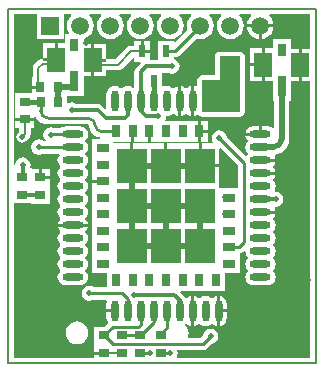
<source format=gtl>
%FSLAX25Y25*%
%MOIN*%
G70*
G01*
G75*
G04 Layer_Physical_Order=1*
G04 Layer_Color=255*
%ADD10C,0.01000*%
%ADD11C,0.01500*%
%ADD12C,0.02000*%
%ADD13R,0.02362X0.03937*%
%ADD14R,0.03347X0.02756*%
%ADD15R,0.02756X0.03347*%
%ADD16R,0.03150X0.03937*%
%ADD17R,0.06000X0.07874*%
%ADD18R,0.03150X0.07000*%
%ADD19R,0.03937X0.03150*%
%ADD20R,0.09843X0.11811*%
%ADD21O,0.07087X0.02362*%
%ADD22O,0.02362X0.07087*%
%ADD23C,0.01200*%
%ADD24C,0.00800*%
%ADD25R,0.12700X0.10700*%
%ADD26R,0.06900X0.08800*%
%ADD27C,0.00500*%
%ADD28C,0.05906*%
%ADD29R,0.05906X0.05906*%
%ADD30C,0.02000*%
%ADD31C,0.04000*%
G36*
X20941Y-2258D02*
X20724Y-2424D01*
X20010Y-3354D01*
X19562Y-4438D01*
X19409Y-5600D01*
X19562Y-6762D01*
X20010Y-7846D01*
X20116Y-7983D01*
X19895Y-8432D01*
X18925D01*
Y-11463D01*
X16364D01*
Y-16901D01*
X15865D01*
Y-17400D01*
X11364D01*
Y-16470D01*
X10659Y-16610D01*
X10030Y-17030D01*
X8630Y-18430D01*
X8210Y-19059D01*
X8063Y-19800D01*
Y-22827D01*
X7717D01*
Y-25500D01*
X10595D01*
Y-26500D01*
X7717D01*
Y-28022D01*
X2327D01*
Y-33778D01*
X2327Y-33778D01*
X2327Y-33928D01*
X2327D01*
Y-36305D01*
X8673D01*
Y-36012D01*
X9164Y-35914D01*
X9269Y-36169D01*
X9991Y-37109D01*
X10931Y-37831D01*
X12025Y-38284D01*
X13195Y-38438D01*
X13200Y-38439D01*
X26500D01*
X26543Y-38431D01*
X26844Y-38556D01*
X26969Y-38857D01*
X26961Y-38900D01*
X26977Y-38980D01*
X27101Y-39922D01*
X27495Y-40875D01*
X28123Y-41693D01*
X28941Y-42320D01*
X29893Y-42715D01*
X30464Y-42790D01*
X30432Y-43289D01*
X27967D01*
Y-49439D01*
Y-54950D01*
Y-56887D01*
X31437D01*
Y-57887D01*
X27967D01*
Y-60462D01*
Y-65974D01*
Y-71486D01*
Y-76998D01*
Y-82509D01*
Y-88021D01*
X32892D01*
Y-92761D01*
X28348D01*
X27876Y-92445D01*
X26900Y-92251D01*
X25925Y-92445D01*
X25098Y-92998D01*
X24545Y-93824D01*
X24351Y-94800D01*
X24545Y-95776D01*
X25098Y-96602D01*
X25925Y-97155D01*
X26900Y-97349D01*
X27876Y-97155D01*
X28348Y-96839D01*
X32628D01*
X32906Y-97255D01*
X32764Y-97596D01*
X32672Y-98296D01*
Y-100158D01*
X35377D01*
Y-101158D01*
X32672D01*
Y-103020D01*
X32764Y-103720D01*
X33035Y-104373D01*
X33166Y-104544D01*
X31794Y-105917D01*
X28627D01*
Y-111672D01*
X28627Y-111672D01*
X28627Y-111822D01*
X28627D01*
Y-114200D01*
X31801D01*
Y-115200D01*
X28627D01*
Y-116326D01*
X1784D01*
Y-64823D01*
X7427D01*
Y-64878D01*
X13773D01*
Y-59122D01*
D01*
Y-59122D01*
X13773Y-59122D01*
Y-58972D01*
X13773D01*
Y-56595D01*
X10599D01*
Y-56095D01*
X10100D01*
Y-53216D01*
X7773D01*
Y-53161D01*
X7512D01*
X7195Y-52775D01*
X7349Y-52000D01*
X7155Y-51025D01*
X6602Y-50198D01*
X5776Y-49645D01*
X4800Y-49451D01*
X3824Y-49645D01*
X2998Y-50198D01*
X2445Y-51025D01*
X2282Y-51845D01*
X1784Y-51796D01*
Y-1784D01*
X9447D01*
Y-10053D01*
X18353D01*
Y-1784D01*
X20780D01*
X20941Y-2258D01*
D02*
G37*
G36*
X60941D02*
X60724Y-2424D01*
X60010Y-3354D01*
X59562Y-4438D01*
X59409Y-5600D01*
X59562Y-6762D01*
X59647Y-6969D01*
X55543Y-11073D01*
X55081Y-10882D01*
Y-10632D01*
X49719D01*
Y-16959D01*
X47207D01*
Y-14600D01*
X44525D01*
Y-14101D01*
X44026D01*
Y-10632D01*
X41845D01*
Y-12163D01*
X40800D01*
X40059Y-12310D01*
X39430Y-12730D01*
X35598Y-16563D01*
X32600D01*
Y-17500D01*
X28600D01*
Y-22437D01*
X32600D01*
Y-20437D01*
X36400D01*
X37141Y-20290D01*
X37770Y-19870D01*
X37770Y-19870D01*
X37770Y-19870D01*
X41383Y-16257D01*
X41845Y-16448D01*
Y-17569D01*
X43850D01*
X44041Y-18030D01*
X42524Y-19548D01*
X42059Y-20243D01*
X41897Y-21062D01*
Y-25953D01*
X41448Y-26174D01*
X41059Y-25875D01*
X40407Y-25605D01*
X39707Y-25513D01*
X39007Y-25605D01*
X38355Y-25875D01*
X37795Y-26305D01*
X37792Y-26309D01*
X37292D01*
X37289Y-26305D01*
X36729Y-25875D01*
X36076Y-25605D01*
X35376Y-25513D01*
X34677Y-25605D01*
X34024Y-25875D01*
X33464Y-26305D01*
X33035Y-26865D01*
X32764Y-27518D01*
X32672Y-28217D01*
Y-32942D01*
X32677Y-32980D01*
X32229Y-33201D01*
X31314Y-32286D01*
X30619Y-31822D01*
X29800Y-31659D01*
X22545D01*
X22075Y-31345D01*
X21100Y-31151D01*
X20124Y-31345D01*
X19924Y-31479D01*
X19484Y-31243D01*
Y-29136D01*
X25075D01*
Y-22437D01*
X27600D01*
Y-17001D01*
Y-11563D01*
X25075D01*
Y-9933D01*
X26146Y-9489D01*
X27076Y-8776D01*
X27790Y-7846D01*
X28238Y-6762D01*
X28391Y-5600D01*
X28238Y-4438D01*
X27790Y-3354D01*
X27076Y-2424D01*
X26859Y-2258D01*
X27020Y-1784D01*
X30781D01*
X30941Y-2258D01*
X30724Y-2424D01*
X30011Y-3354D01*
X29562Y-4438D01*
X29409Y-5600D01*
X29562Y-6762D01*
X30011Y-7846D01*
X30724Y-8776D01*
X31654Y-9489D01*
X32738Y-9938D01*
X33900Y-10091D01*
X35062Y-9938D01*
X36146Y-9489D01*
X37076Y-8776D01*
X37789Y-7846D01*
X38238Y-6762D01*
X38391Y-5600D01*
X38238Y-4438D01*
X37789Y-3354D01*
X37076Y-2424D01*
X36859Y-2258D01*
X37020Y-1784D01*
X40780D01*
X40941Y-2258D01*
X40724Y-2424D01*
X40010Y-3354D01*
X39562Y-4438D01*
X39409Y-5600D01*
X39562Y-6762D01*
X40010Y-7846D01*
X40724Y-8776D01*
X41654Y-9489D01*
X42738Y-9938D01*
X43900Y-10091D01*
X45062Y-9938D01*
X46146Y-9489D01*
X47076Y-8776D01*
X47789Y-7846D01*
X48238Y-6762D01*
X48391Y-5600D01*
X48238Y-4438D01*
X47789Y-3354D01*
X47076Y-2424D01*
X46859Y-2258D01*
X47019Y-1784D01*
X50780D01*
X50941Y-2258D01*
X50724Y-2424D01*
X50011Y-3354D01*
X49562Y-4438D01*
X49409Y-5600D01*
X49562Y-6762D01*
X50011Y-7846D01*
X50724Y-8776D01*
X51654Y-9489D01*
X52738Y-9938D01*
X53900Y-10091D01*
X55062Y-9938D01*
X56146Y-9489D01*
X57076Y-8776D01*
X57789Y-7846D01*
X58238Y-6762D01*
X58391Y-5600D01*
X58238Y-4438D01*
X57789Y-3354D01*
X57076Y-2424D01*
X56859Y-2258D01*
X57020Y-1784D01*
X60781D01*
X60941Y-2258D01*
D02*
G37*
G36*
X100578Y-13163D02*
X97700D01*
Y-18601D01*
Y-24037D01*
X100578D01*
Y-116326D01*
X56351D01*
X56115Y-115885D01*
X56255Y-115675D01*
X56449Y-114700D01*
X56255Y-113725D01*
X56262Y-113712D01*
X64828D01*
X65608Y-113556D01*
X66269Y-113114D01*
X66269Y-113114D01*
X66269Y-113114D01*
X67818Y-111566D01*
X68375Y-111455D01*
X69202Y-110902D01*
X69755Y-110075D01*
X69949Y-109100D01*
X69755Y-108124D01*
X69202Y-107298D01*
X68375Y-106745D01*
X67400Y-106551D01*
X66425Y-106745D01*
X65598Y-107298D01*
X65045Y-108124D01*
X64934Y-108682D01*
X63983Y-109633D01*
X60116D01*
X59838Y-109218D01*
X59984Y-108866D01*
X60114Y-107881D01*
X59984Y-106896D01*
X59604Y-105979D01*
X58999Y-105191D01*
X58942Y-105147D01*
Y-104933D01*
X58945Y-104929D01*
X59445D01*
X59448Y-104933D01*
X60008Y-105362D01*
X60661Y-105632D01*
X60861Y-105659D01*
Y-100659D01*
Y-95658D01*
X60661Y-95684D01*
X60008Y-95954D01*
X59480Y-96360D01*
X58986Y-96278D01*
X58544Y-95616D01*
X57317Y-94389D01*
X57508Y-93927D01*
X72113D01*
Y-88021D01*
X77037D01*
Y-82509D01*
Y-81420D01*
X77546Y-81319D01*
X78207Y-80876D01*
X78380Y-80704D01*
X78892Y-80771D01*
X78933Y-80785D01*
X79024Y-81476D01*
X79294Y-82129D01*
X79724Y-82689D01*
X79728Y-82692D01*
Y-83192D01*
X79724Y-83195D01*
X79294Y-83755D01*
X79024Y-84407D01*
X78932Y-85107D01*
X79024Y-85807D01*
X79294Y-86459D01*
X79724Y-87019D01*
X79728Y-87022D01*
Y-87522D01*
X79724Y-87525D01*
X79294Y-88086D01*
X79024Y-88738D01*
X78932Y-89438D01*
X79024Y-90138D01*
X79294Y-90790D01*
X79724Y-91350D01*
X80284Y-91780D01*
X80936Y-92050D01*
X81636Y-92142D01*
X86361D01*
X87060Y-92050D01*
X87713Y-91780D01*
X88273Y-91350D01*
X88702Y-90790D01*
X88973Y-90138D01*
X89065Y-89438D01*
X88973Y-88738D01*
X88702Y-88086D01*
X88273Y-87525D01*
X88269Y-87522D01*
Y-87022D01*
X88273Y-87019D01*
X88702Y-86459D01*
X88973Y-85807D01*
X89065Y-85107D01*
X88973Y-84407D01*
X88702Y-83755D01*
X88273Y-83195D01*
X88269Y-83192D01*
Y-82692D01*
X88273Y-82689D01*
X88702Y-82129D01*
X88973Y-81476D01*
X89065Y-80776D01*
X88973Y-80076D01*
X88702Y-79424D01*
X88273Y-78864D01*
X88269Y-78861D01*
Y-78361D01*
X88273Y-78358D01*
X88702Y-77798D01*
X88973Y-77146D01*
X89065Y-76446D01*
X88973Y-75746D01*
X88702Y-75094D01*
X88273Y-74533D01*
X88269Y-74530D01*
Y-74030D01*
X88273Y-74027D01*
X88702Y-73467D01*
X88973Y-72815D01*
X89065Y-72115D01*
X88973Y-71415D01*
X88702Y-70763D01*
X88273Y-70203D01*
X88269Y-70200D01*
Y-69700D01*
X88273Y-69696D01*
X88702Y-69136D01*
X88973Y-68484D01*
X88999Y-68284D01*
X83997D01*
Y-67284D01*
X88999D01*
X88973Y-67084D01*
X88702Y-66432D01*
X88625Y-66332D01*
X88889Y-65907D01*
X89100Y-65949D01*
X90075Y-65755D01*
X90902Y-65202D01*
X91455Y-64376D01*
X91649Y-63400D01*
X91455Y-62424D01*
X90902Y-61598D01*
X90075Y-61045D01*
X89100Y-60851D01*
X88954Y-60880D01*
X88702Y-60475D01*
X88973Y-59823D01*
X89065Y-59123D01*
X88973Y-58423D01*
X88702Y-57771D01*
X88273Y-57211D01*
X88269Y-57208D01*
Y-56708D01*
X88273Y-56704D01*
X88702Y-56144D01*
X88973Y-55492D01*
X88999Y-55292D01*
X83997D01*
Y-54292D01*
X88999D01*
X88973Y-54092D01*
X88702Y-53440D01*
X88273Y-52880D01*
X88269Y-52877D01*
Y-52377D01*
X88273Y-52374D01*
X88702Y-51814D01*
X88973Y-51161D01*
X88999Y-50961D01*
X83997D01*
Y-49961D01*
X88999D01*
X88973Y-49762D01*
X88702Y-49109D01*
X88654Y-49046D01*
X88845Y-48584D01*
X89559Y-48490D01*
X90889Y-47939D01*
X92032Y-47062D01*
X92908Y-45920D01*
X93459Y-44589D01*
X93644Y-43188D01*
X93649Y-43162D01*
Y-30736D01*
X94175D01*
Y-24037D01*
X96700D01*
Y-18601D01*
Y-13163D01*
X94175D01*
Y-10031D01*
X88025D01*
Y-13063D01*
X85464D01*
Y-18501D01*
Y-23937D01*
X88025D01*
Y-30736D01*
X88551D01*
Y-39536D01*
X88103Y-39757D01*
X87713Y-39458D01*
X87060Y-39188D01*
X86361Y-39096D01*
X84498D01*
Y-41801D01*
X83999D01*
Y-42300D01*
X78998D01*
X79024Y-42500D01*
X79294Y-43152D01*
X79724Y-43712D01*
X79728Y-43715D01*
Y-44215D01*
X79724Y-44219D01*
X79294Y-44779D01*
X79024Y-45431D01*
X78932Y-46131D01*
X79024Y-46831D01*
X79294Y-47483D01*
X79724Y-48043D01*
X79728Y-48046D01*
Y-48546D01*
X79724Y-48549D01*
X79525Y-48809D01*
X79025Y-48841D01*
X72766Y-42582D01*
X72655Y-42024D01*
X72102Y-41198D01*
X71276Y-40645D01*
X70300Y-40451D01*
X69324Y-40645D01*
X68498Y-41198D01*
X67945Y-42024D01*
X67751Y-43000D01*
X67945Y-43975D01*
X68220Y-44387D01*
X67984Y-44827D01*
X64420D01*
Y-51733D01*
X70341D01*
Y-46578D01*
X70803Y-46387D01*
X76461Y-52045D01*
Y-59824D01*
X70341D01*
Y-59639D01*
Y-52733D01*
X63919D01*
Y-52234D01*
X63420D01*
Y-44827D01*
X53002D01*
Y-52234D01*
X52002D01*
Y-44827D01*
X41585D01*
Y-52234D01*
X40585D01*
Y-44827D01*
X34904D01*
Y-44284D01*
X40979D01*
Y-40815D01*
X41979D01*
Y-44284D01*
X46490D01*
Y-40815D01*
X47491D01*
Y-44284D01*
X63026D01*
Y-40817D01*
Y-37347D01*
X52437D01*
X52201Y-36906D01*
X52355Y-36676D01*
X52549Y-35700D01*
X52610Y-35634D01*
X52699Y-35646D01*
X53399Y-35554D01*
X54051Y-35284D01*
X54611Y-34854D01*
X54615Y-34850D01*
X55115D01*
X55118Y-34854D01*
X55678Y-35284D01*
X56330Y-35554D01*
X56530Y-35580D01*
Y-30581D01*
Y-25579D01*
X56330Y-25605D01*
X55678Y-25875D01*
X55118Y-26305D01*
X55115Y-26309D01*
X54615D01*
X54611Y-26305D01*
X54051Y-25875D01*
X53399Y-25605D01*
X52699Y-25513D01*
X51999Y-25605D01*
X51560Y-25787D01*
X51144Y-25510D01*
Y-21241D01*
X53354D01*
X53525Y-21355D01*
X54500Y-21549D01*
X55475Y-21355D01*
X56302Y-20802D01*
X56855Y-19975D01*
X57049Y-19000D01*
X56855Y-18024D01*
X56302Y-17198D01*
X55475Y-16645D01*
X55081Y-16567D01*
Y-16139D01*
X55400D01*
X56180Y-15984D01*
X56842Y-15542D01*
X62531Y-9853D01*
X62738Y-9938D01*
X63900Y-10091D01*
X65062Y-9938D01*
X66146Y-9489D01*
X67076Y-8776D01*
X67790Y-7846D01*
X68238Y-6762D01*
X68391Y-5600D01*
X68238Y-4438D01*
X67790Y-3354D01*
X67076Y-2424D01*
X66859Y-2258D01*
X67019Y-1784D01*
X70780D01*
X70941Y-2258D01*
X70724Y-2424D01*
X70011Y-3354D01*
X69562Y-4438D01*
X69409Y-5600D01*
X69562Y-6762D01*
X70011Y-7846D01*
X70724Y-8776D01*
X71654Y-9489D01*
X72738Y-9938D01*
X73900Y-10091D01*
X75062Y-9938D01*
X76146Y-9489D01*
X77076Y-8776D01*
X77789Y-7846D01*
X78238Y-6762D01*
X78391Y-5600D01*
X78238Y-4438D01*
X77789Y-3354D01*
X77076Y-2424D01*
X76859Y-2258D01*
X77020Y-1784D01*
X80781D01*
X80941Y-2258D01*
X80724Y-2424D01*
X80010Y-3354D01*
X79562Y-4438D01*
X79475Y-5100D01*
X88325D01*
X88238Y-4438D01*
X87789Y-3354D01*
X87076Y-2424D01*
X86859Y-2258D01*
X87019Y-1784D01*
X100578D01*
Y-13163D01*
D02*
G37*
%LPC*%
G36*
X8673Y-37306D02*
X2327D01*
Y-39683D01*
X3563D01*
Y-40998D01*
X3230Y-41330D01*
X2810Y-41959D01*
X2663Y-42700D01*
X2810Y-43441D01*
X3230Y-44070D01*
X3859Y-44490D01*
X4600Y-44637D01*
X5341Y-44490D01*
X5970Y-44070D01*
X6870Y-43170D01*
X7290Y-42541D01*
X7437Y-41800D01*
X7437Y-41800D01*
X7437Y-41800D01*
Y-41800D01*
Y-39683D01*
X8673D01*
Y-37306D01*
D02*
G37*
G36*
X13773Y-53216D02*
X11100D01*
Y-55594D01*
X13773D01*
Y-53216D01*
D02*
G37*
G36*
X66601Y-41316D02*
X64026D01*
Y-44284D01*
X66601D01*
Y-41316D01*
D02*
G37*
G36*
Y-37347D02*
X64026D01*
Y-40316D01*
X66601D01*
Y-37347D01*
D02*
G37*
G36*
X83498Y-39096D02*
X81636D01*
X80936Y-39188D01*
X80284Y-39458D01*
X79724Y-39888D01*
X79294Y-40448D01*
X79024Y-41100D01*
X78998Y-41300D01*
X83498D01*
Y-39096D01*
D02*
G37*
G36*
X72726Y-101158D02*
X70522D01*
Y-105659D01*
X70722Y-105632D01*
X71374Y-105362D01*
X71934Y-104933D01*
X72364Y-104373D01*
X72634Y-103720D01*
X72726Y-103020D01*
Y-101158D01*
D02*
G37*
G36*
X22845Y-104077D02*
X21860Y-104207D01*
X20943Y-104587D01*
X20155Y-105191D01*
X19550Y-105979D01*
X19170Y-106896D01*
X19041Y-107881D01*
X19170Y-108866D01*
X19550Y-109783D01*
X20155Y-110571D01*
X20943Y-111176D01*
X21860Y-111556D01*
X22845Y-111685D01*
X23830Y-111556D01*
X24747Y-111176D01*
X25535Y-110571D01*
X26139Y-109783D01*
X26520Y-108866D01*
X26649Y-107881D01*
X26520Y-106896D01*
X26139Y-105979D01*
X25535Y-105191D01*
X24747Y-104587D01*
X23830Y-104207D01*
X22845Y-104077D01*
D02*
G37*
G36*
X70522Y-95658D02*
Y-100158D01*
X72726D01*
Y-98296D01*
X72634Y-97596D01*
X72364Y-96944D01*
X71934Y-96384D01*
X71374Y-95954D01*
X70722Y-95684D01*
X70522Y-95658D01*
D02*
G37*
G36*
X26401Y-72615D02*
X16399D01*
X16426Y-72815D01*
X16696Y-73467D01*
X17126Y-74027D01*
X17130Y-74030D01*
Y-74530D01*
X17126Y-74533D01*
X16696Y-75094D01*
X16426Y-75746D01*
X16334Y-76446D01*
X16426Y-77146D01*
X16696Y-77798D01*
X17126Y-78358D01*
X17130Y-78361D01*
Y-78861D01*
X17126Y-78864D01*
X16696Y-79424D01*
X16426Y-80076D01*
X16334Y-80776D01*
X16426Y-81476D01*
X16696Y-82129D01*
X17126Y-82689D01*
X17130Y-82692D01*
Y-83192D01*
X17126Y-83195D01*
X16696Y-83755D01*
X16426Y-84407D01*
X16334Y-85107D01*
X16426Y-85807D01*
X16696Y-86459D01*
X17126Y-87019D01*
X17130Y-87022D01*
Y-87522D01*
X17126Y-87525D01*
X16696Y-88086D01*
X16426Y-88738D01*
X16334Y-89438D01*
X16426Y-90138D01*
X16696Y-90790D01*
X17126Y-91350D01*
X17686Y-91780D01*
X18338Y-92050D01*
X19038Y-92142D01*
X23762D01*
X24462Y-92050D01*
X25114Y-91780D01*
X25674Y-91350D01*
X26104Y-90790D01*
X26374Y-90138D01*
X26466Y-89438D01*
X26374Y-88738D01*
X26104Y-88086D01*
X25674Y-87525D01*
X25670Y-87522D01*
Y-87022D01*
X25674Y-87019D01*
X26104Y-86459D01*
X26374Y-85807D01*
X26466Y-85107D01*
X26374Y-84407D01*
X26104Y-83755D01*
X25674Y-83195D01*
X25670Y-83192D01*
Y-82692D01*
X25674Y-82689D01*
X26104Y-82129D01*
X26374Y-81476D01*
X26466Y-80776D01*
X26374Y-80076D01*
X26104Y-79424D01*
X25674Y-78864D01*
X25670Y-78861D01*
Y-78361D01*
X25674Y-78358D01*
X26104Y-77798D01*
X26374Y-77146D01*
X26466Y-76446D01*
X26374Y-75746D01*
X26104Y-75094D01*
X25674Y-74533D01*
X25670Y-74530D01*
Y-74030D01*
X25674Y-74027D01*
X26104Y-73467D01*
X26374Y-72815D01*
X26401Y-72615D01*
D02*
G37*
G36*
X65691Y-95592D02*
X64991Y-95684D01*
X64339Y-95954D01*
X63779Y-96384D01*
X63776Y-96388D01*
X63276D01*
X63273Y-96384D01*
X62713Y-95954D01*
X62060Y-95684D01*
X61861Y-95658D01*
Y-100659D01*
Y-105659D01*
X62060Y-105632D01*
X62713Y-105362D01*
X63273Y-104933D01*
X63276Y-104928D01*
X63776D01*
X63779Y-104933D01*
X64339Y-105362D01*
X64991Y-105632D01*
X65691Y-105725D01*
X66391Y-105632D01*
X67043Y-105362D01*
X67603Y-104933D01*
X67607Y-104929D01*
X68107D01*
X68110Y-104933D01*
X68670Y-105362D01*
X69322Y-105632D01*
X69522Y-105659D01*
Y-100659D01*
Y-95658D01*
X69322Y-95684D01*
X68670Y-95954D01*
X68110Y-96384D01*
X68107Y-96388D01*
X67607D01*
X67603Y-96384D01*
X67043Y-95954D01*
X66391Y-95684D01*
X65691Y-95592D01*
D02*
G37*
G36*
X15364Y-11463D02*
X11364D01*
Y-16400D01*
X15364D01*
Y-11463D01*
D02*
G37*
G36*
X32600Y-11563D02*
X28600D01*
Y-16500D01*
X32600D01*
Y-11563D01*
D02*
G37*
G36*
X47207Y-10632D02*
X45026D01*
Y-13600D01*
X47207D01*
Y-10632D01*
D02*
G37*
G36*
X88325Y-6100D02*
X84400D01*
Y-10025D01*
X85062Y-9938D01*
X86146Y-9489D01*
X87076Y-8776D01*
X87789Y-7846D01*
X88238Y-6762D01*
X88325Y-6100D01*
D02*
G37*
G36*
X83400D02*
X79475D01*
X79562Y-6762D01*
X80010Y-7846D01*
X80724Y-8776D01*
X81654Y-9489D01*
X82738Y-9938D01*
X83400Y-10025D01*
Y-6100D01*
D02*
G37*
G36*
X60861Y-25579D02*
X60661Y-25605D01*
X60008Y-25875D01*
X59448Y-26305D01*
X59445Y-26309D01*
X58945D01*
X58942Y-26305D01*
X58382Y-25875D01*
X57730Y-25605D01*
X57530Y-25579D01*
Y-30581D01*
Y-35580D01*
X57730Y-35554D01*
X58382Y-35284D01*
X58942Y-34854D01*
X58945Y-34850D01*
X59445D01*
X59448Y-34854D01*
X60008Y-35284D01*
X60661Y-35554D01*
X60861Y-35580D01*
Y-30581D01*
Y-25579D01*
D02*
G37*
G36*
X23762Y-39096D02*
X19038D01*
X18338Y-39188D01*
X17686Y-39458D01*
X17291Y-39761D01*
X15498D01*
X15176Y-39545D01*
X14200Y-39351D01*
X13225Y-39545D01*
X12398Y-40098D01*
X11845Y-40925D01*
X11651Y-41900D01*
X11845Y-42875D01*
X12363Y-43651D01*
X12194Y-43967D01*
X12196Y-43963D01*
X11711Y-44084D01*
X11118Y-43688D01*
X10143Y-43494D01*
X9167Y-43688D01*
X8340Y-44240D01*
X7788Y-45067D01*
X7594Y-46043D01*
X7788Y-47018D01*
X8340Y-47845D01*
X9167Y-48398D01*
X10143Y-48592D01*
X11118Y-48398D01*
X11459Y-48170D01*
X16835D01*
X16882Y-48231D01*
X17073Y-48618D01*
X16696Y-49109D01*
X16426Y-49762D01*
X16334Y-50461D01*
X16426Y-51161D01*
X16696Y-51814D01*
X17126Y-52374D01*
X17130Y-52377D01*
Y-52877D01*
X17126Y-52880D01*
X16696Y-53440D01*
X16426Y-54092D01*
X16334Y-54792D01*
X16426Y-55492D01*
X16696Y-56144D01*
X17126Y-56704D01*
X17130Y-56708D01*
Y-57208D01*
X17126Y-57211D01*
X16696Y-57771D01*
X16426Y-58423D01*
X16334Y-59123D01*
X16426Y-59823D01*
X16696Y-60475D01*
X17126Y-61035D01*
X17130Y-61038D01*
Y-61538D01*
X17126Y-61541D01*
X16696Y-62102D01*
X16426Y-62754D01*
X16334Y-63454D01*
X16426Y-64153D01*
X16696Y-64806D01*
X17126Y-65366D01*
X17130Y-65369D01*
Y-65869D01*
X17126Y-65872D01*
X16696Y-66432D01*
X16426Y-67084D01*
X16334Y-67784D01*
X16426Y-68484D01*
X16696Y-69136D01*
X17126Y-69696D01*
X17130Y-69700D01*
Y-70200D01*
X17126Y-70203D01*
X16696Y-70763D01*
X16426Y-71415D01*
X16399Y-71615D01*
X26401D01*
X26374Y-71415D01*
X26104Y-70763D01*
X25674Y-70203D01*
X25670Y-70200D01*
Y-69700D01*
X25674Y-69696D01*
X26104Y-69136D01*
X26374Y-68484D01*
X26466Y-67784D01*
X26374Y-67084D01*
X26104Y-66432D01*
X25674Y-65872D01*
X25670Y-65869D01*
Y-65369D01*
X25674Y-65366D01*
X26104Y-64806D01*
X26374Y-64153D01*
X26466Y-63454D01*
X26374Y-62754D01*
X26104Y-62102D01*
X25674Y-61541D01*
X25670Y-61538D01*
Y-61038D01*
X25674Y-61035D01*
X26104Y-60475D01*
X26374Y-59823D01*
X26466Y-59123D01*
X26374Y-58423D01*
X26104Y-57771D01*
X25674Y-57211D01*
X25670Y-57208D01*
Y-56708D01*
X25674Y-56704D01*
X26104Y-56144D01*
X26374Y-55492D01*
X26466Y-54792D01*
X26374Y-54092D01*
X26104Y-53440D01*
X25674Y-52880D01*
X25670Y-52877D01*
Y-52377D01*
X25674Y-52374D01*
X26104Y-51814D01*
X26374Y-51161D01*
X26466Y-50461D01*
X26374Y-49762D01*
X26104Y-49109D01*
X25674Y-48549D01*
X25670Y-48546D01*
Y-48046D01*
X25674Y-48043D01*
X26104Y-47483D01*
X26374Y-46831D01*
X26466Y-46131D01*
X26374Y-45431D01*
X26104Y-44779D01*
X25674Y-44219D01*
X25670Y-44215D01*
Y-43715D01*
X25674Y-43712D01*
X26104Y-43152D01*
X26374Y-42500D01*
X26466Y-41800D01*
X26374Y-41100D01*
X26104Y-40448D01*
X25674Y-39888D01*
X25114Y-39458D01*
X24462Y-39188D01*
X23762Y-39096D01*
D02*
G37*
G36*
X77200Y-14171D02*
X70300D01*
X69715Y-14287D01*
X69219Y-14619D01*
X68887Y-15115D01*
X68771Y-15700D01*
Y-22071D01*
X64500D01*
X63915Y-22187D01*
X63419Y-22519D01*
X63087Y-23015D01*
X62971Y-23600D01*
Y-25532D01*
X62555Y-25810D01*
X62060Y-25605D01*
X61861Y-25579D01*
Y-30581D01*
Y-35580D01*
X62060Y-35554D01*
X62713Y-35284D01*
X62846Y-35181D01*
X63339Y-35263D01*
X63419Y-35381D01*
X63915Y-35713D01*
X64500Y-35829D01*
X77200D01*
X77785Y-35713D01*
X78281Y-35381D01*
X78613Y-34885D01*
X78729Y-34300D01*
Y-23600D01*
Y-15700D01*
X78613Y-15115D01*
X78281Y-14619D01*
X77785Y-14287D01*
X77200Y-14171D01*
D02*
G37*
G36*
X84464Y-13063D02*
X80464D01*
Y-18000D01*
X84464D01*
Y-13063D01*
D02*
G37*
G36*
Y-19000D02*
X80464D01*
Y-23937D01*
X84464D01*
Y-19000D01*
D02*
G37*
%LPD*%
D10*
X29000Y-38900D02*
G03*
X26500Y-36400I-2500J0D01*
G01*
X29000Y-38900D02*
G03*
X30916Y-40816I1916J0D01*
G01*
X10700Y-33900D02*
G03*
X13200Y-36400I2500J0D01*
G01*
X26500D01*
X10700Y-33900D02*
Y-30900D01*
X30916Y-40816D02*
X35967D01*
X21400Y-41800D02*
X21500Y-41700D01*
X10231Y-46131D02*
X21400D01*
X55400Y-14100D02*
X63900Y-5600D01*
X52400Y-14100D02*
X55400D01*
X14300Y-41800D02*
X21400D01*
X14200Y-41900D02*
X14300Y-41800D01*
X37668Y-108530D02*
X37933Y-108794D01*
X44067D02*
X44067Y-108794D01*
X76765Y-79435D02*
X78500Y-77700D01*
X73569Y-79435D02*
X76765D01*
X48368Y-104493D02*
Y-100658D01*
X44067Y-108794D02*
X48368Y-104493D01*
X37933Y-108794D02*
X43900D01*
X44067D01*
X31800Y-108794D02*
X34694Y-105900D01*
X50200Y-108794D02*
X52699Y-106295D01*
Y-100658D01*
X43900Y-114700D02*
X47027D01*
X50200D02*
X50700D01*
X53900D01*
X31800Y-108794D02*
X34678Y-111672D01*
X64828D01*
X67400Y-109100D01*
X43317Y-105900D02*
X44038Y-105179D01*
X34694Y-105900D02*
X43317D01*
X44038Y-105179D02*
Y-100658D01*
X26900Y-94800D02*
X37800D01*
X39707Y-96707D01*
Y-100658D02*
Y-96707D01*
X78500Y-77700D02*
Y-51200D01*
X70300Y-43000D02*
X78500Y-51200D01*
D11*
X10700Y-30900D02*
G03*
X10493Y-31107I0J-207D01*
G01*
X10700Y-30900D02*
G03*
X10493Y-31107I0J-207D01*
G01*
X5500Y-30900D02*
X10700D01*
X48463Y-30485D02*
Y-23943D01*
X48368Y-30580D02*
X48463Y-30485D01*
D12*
X84029Y-46100D02*
G03*
X83998Y-46131I0J-31D01*
G01*
X84029Y-46100D02*
G03*
X83998Y-46131I0J-31D01*
G01*
X84029Y-46100D02*
G03*
X83998Y-46131I0J-31D01*
G01*
X84029Y-46100D02*
G03*
X83998Y-46131I0J-31D01*
G01*
X84029Y-46100D02*
G03*
X83998Y-46131I0J-31D01*
G01*
X84029Y-46100D02*
G03*
X83998Y-46131I0J-31D01*
G01*
X88131D02*
G03*
X91100Y-43162I0J2969D01*
G01*
X16864Y-25636D02*
G03*
X16500Y-26000I0J-364D01*
G01*
X16864Y-25636D02*
G03*
X16500Y-26000I0J-364D01*
G01*
Y-30795D02*
G03*
X16605Y-30900I106J0D01*
G01*
X21636Y-26000D02*
G03*
X22000Y-25636I0J364D01*
G01*
X91100Y-43162D02*
Y-25736D01*
X83998Y-46131D02*
X88131D01*
X16500Y-30795D02*
Y-26000D01*
X21636D01*
X41085Y-52233D02*
X52502D01*
X63920D01*
X41085Y-65619D02*
Y-52233D01*
Y-79005D02*
Y-65619D01*
X52502D01*
X63920Y-79005D02*
Y-65619D01*
X52684D02*
X63920D01*
X52502Y-79005D02*
Y-65619D01*
X41085Y-79005D02*
X52502D01*
X63920D01*
D13*
X52400Y-14100D02*
D03*
X48463Y-23943D02*
D03*
X44526Y-14100D02*
D03*
D14*
X4600Y-61945D02*
D03*
Y-56039D02*
D03*
X10600Y-56094D02*
D03*
Y-62000D02*
D03*
X5500Y-36805D02*
D03*
Y-30900D02*
D03*
X50700Y-114700D02*
D03*
Y-108794D02*
D03*
X37933Y-114700D02*
D03*
Y-108794D02*
D03*
X43900Y-114700D02*
D03*
Y-108794D02*
D03*
X31800Y-114700D02*
D03*
Y-108794D02*
D03*
D15*
X10700Y-30900D02*
D03*
X16605D02*
D03*
X10594Y-26000D02*
D03*
X16500D02*
D03*
D16*
X91100Y-13500D02*
D03*
X22000Y-11900D02*
D03*
X69038Y-90458D02*
D03*
X63526D02*
D03*
X58014D02*
D03*
X52502D02*
D03*
X46990D02*
D03*
X41479D02*
D03*
X63526Y-40816D02*
D03*
X46990D02*
D03*
X41479D02*
D03*
X35967D02*
D03*
X52502D02*
D03*
X58014D02*
D03*
X35967Y-90458D02*
D03*
D17*
X84964Y-18500D02*
D03*
X97200Y-18600D02*
D03*
X15864Y-16900D02*
D03*
X28100Y-17000D02*
D03*
D18*
X91100Y-25736D02*
D03*
X22000Y-24136D02*
D03*
D19*
X73569Y-79435D02*
D03*
Y-68411D02*
D03*
Y-62899D02*
D03*
X31436Y-73923D02*
D03*
Y-68411D02*
D03*
Y-57387D02*
D03*
Y-46364D02*
D03*
Y-51876D02*
D03*
Y-62899D02*
D03*
Y-79435D02*
D03*
Y-84946D02*
D03*
X73569D02*
D03*
Y-73923D02*
D03*
D20*
X52502Y-79005D02*
D03*
X63920D02*
D03*
X41085D02*
D03*
X52502Y-65619D02*
D03*
X41085D02*
D03*
X52502Y-52233D02*
D03*
X63920D02*
D03*
X41085D02*
D03*
X63920Y-65619D02*
D03*
D21*
X83998Y-50461D02*
D03*
Y-85107D02*
D03*
X21400Y-89438D02*
D03*
Y-41800D02*
D03*
Y-46131D02*
D03*
Y-50461D02*
D03*
Y-54792D02*
D03*
Y-59123D02*
D03*
Y-63454D02*
D03*
Y-67784D02*
D03*
Y-72115D02*
D03*
Y-76446D02*
D03*
Y-80776D02*
D03*
Y-85107D02*
D03*
X83998Y-41800D02*
D03*
Y-46131D02*
D03*
Y-54792D02*
D03*
Y-59123D02*
D03*
Y-63454D02*
D03*
Y-67784D02*
D03*
Y-72115D02*
D03*
Y-76446D02*
D03*
Y-89438D02*
D03*
Y-80776D02*
D03*
D22*
X35376Y-30580D02*
D03*
X52699Y-100658D02*
D03*
X48368D02*
D03*
X44038D02*
D03*
X35376D02*
D03*
X70022Y-30580D02*
D03*
X65691D02*
D03*
X61361D02*
D03*
X57030D02*
D03*
X52699D02*
D03*
X48368D02*
D03*
X44038D02*
D03*
X39707D02*
D03*
X57030Y-100658D02*
D03*
X61361D02*
D03*
X65691D02*
D03*
X70022D02*
D03*
X39707D02*
D03*
D23*
X57030D02*
Y-97130D01*
X41800Y-95200D02*
X55100D01*
X57030Y-97130D01*
X4600Y-61945D02*
X10545D01*
X10600Y-62000D01*
X44038Y-30580D02*
Y-21062D01*
X46000Y-19100D01*
X83998Y-63454D02*
X89046D01*
X89100Y-63400D01*
X44038Y-33938D02*
Y-30580D01*
Y-33938D02*
X45823Y-35723D01*
X49977D01*
X50000Y-35700D01*
X39707Y-35393D02*
Y-30580D01*
X38700Y-36400D02*
X39707Y-35393D01*
X32400Y-36400D02*
X38700D01*
X29800Y-33800D02*
X32400Y-36400D01*
X21100Y-33800D02*
Y-33700D01*
X4800Y-55839D02*
Y-52000D01*
X4600Y-56039D02*
X4800Y-55839D01*
X21100Y-33800D02*
X29800D01*
X46000Y-19100D02*
X54500D01*
D24*
X40800Y-14100D02*
X44526D01*
X28100Y-18500D02*
X36400D01*
X40800Y-14100D01*
X11400Y-18400D02*
X15864D01*
X10000Y-19800D02*
X11400Y-18400D01*
X10000Y-25405D02*
Y-19800D01*
Y-25405D02*
X10594Y-26000D01*
X5500Y-41800D02*
Y-36805D01*
X4600Y-42700D02*
X5500Y-41800D01*
Y-36805D02*
X5721Y-37027D01*
X31800Y-114700D02*
X37933D01*
X31800Y-114700D02*
X31800Y-114700D01*
D25*
X70850Y-28950D02*
D03*
D26*
X73750Y-20100D02*
D03*
D27*
X0Y0D02*
X102362D01*
X0Y-118110D02*
Y0D01*
Y-118110D02*
X102362D01*
Y0D01*
D28*
X83900Y-5600D02*
D03*
X73900D02*
D03*
X63900D02*
D03*
X53900D02*
D03*
X43900D02*
D03*
X33900D02*
D03*
X23900D02*
D03*
D29*
X13900D02*
D03*
D30*
X28200Y-30300D02*
D03*
X14200Y-41900D02*
D03*
X10143Y-46043D02*
D03*
X53900Y-114700D02*
D03*
X47027D02*
D03*
X70300Y-43000D02*
D03*
X72200Y-68400D02*
D03*
X72300Y-62800D02*
D03*
X67400Y-109100D02*
D03*
X26900Y-94800D02*
D03*
X41800Y-95200D02*
D03*
X54500Y-19000D02*
D03*
X89100Y-63400D02*
D03*
X50000Y-35700D02*
D03*
X21100Y-33700D02*
D03*
X4800Y-52000D02*
D03*
X25900Y-11300D02*
D03*
X5700Y-7500D02*
D03*
X4600Y-42700D02*
D03*
D31*
X73100Y-18100D02*
D03*
X73000Y-23300D02*
D03*
X73100Y-28400D02*
D03*
X41000Y-79700D02*
D03*
X40800Y-66800D02*
D03*
X63000Y-79500D02*
D03*
X62700Y-53900D02*
D03*
X52700Y-79600D02*
D03*
X5300Y-74800D02*
D03*
Y-85300D02*
D03*
X5100Y-95700D02*
D03*
X4800Y-107000D02*
D03*
X17800Y-100300D02*
D03*
X72000Y-112900D02*
D03*
X80700Y-106600D02*
D03*
X92500Y-97700D02*
D03*
X92400Y-111100D02*
D03*
X93300Y-84100D02*
D03*
X94100Y-71000D02*
D03*
X95200Y-57500D02*
D03*
X76000Y-94700D02*
D03*
X58800Y-17200D02*
D03*
X58900Y-22500D02*
D03*
X93700Y-6000D02*
D03*
X98900Y-90400D02*
D03*
X88600Y-103300D02*
D03*
X83500Y-113400D02*
D03*
X10600Y-79500D02*
D03*
Y-90400D02*
D03*
X10800Y-102300D02*
D03*
M02*

</source>
